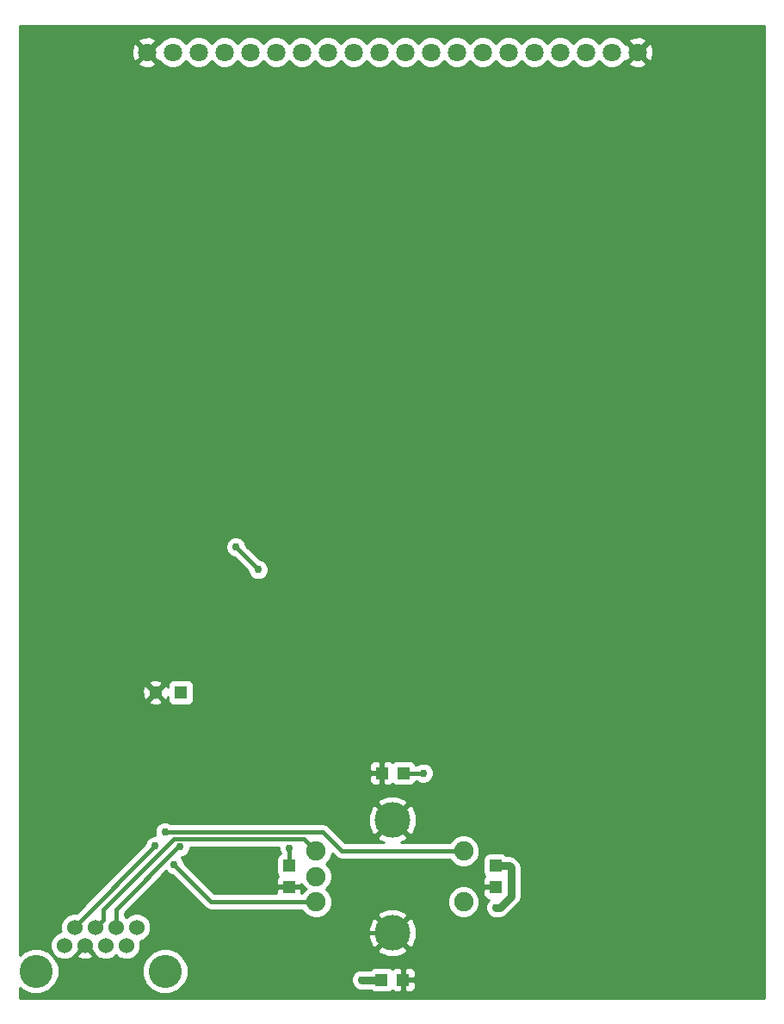
<source format=gbr>
G04 #@! TF.FileFunction,Copper,L2,Bot,Signal*
%FSLAX46Y46*%
G04 Gerber Fmt 4.6, Leading zero omitted, Abs format (unit mm)*
G04 Created by KiCad (PCBNEW 4.0.2+dfsg1-stable) date Thu 23 Aug 2018 11:31:02 AM EDT*
%MOMM*%
G01*
G04 APERTURE LIST*
%ADD10C,0.100000*%
%ADD11C,1.300000*%
%ADD12R,1.300000X1.300000*%
%ADD13C,1.800000*%
%ADD14R,1.198880X1.198880*%
%ADD15C,1.900000*%
%ADD16C,3.500000*%
%ADD17C,3.251200*%
%ADD18C,1.524000*%
%ADD19C,0.762000*%
%ADD20C,0.381000*%
%ADD21C,0.762000*%
%ADD22C,0.254000*%
G04 APERTURE END LIST*
D10*
D11*
X74734929Y-116538373D03*
D12*
X77234929Y-116538373D03*
D13*
X122174000Y-53594000D03*
X119634000Y-53594000D03*
X117094000Y-53594000D03*
X114554000Y-53594000D03*
X112014000Y-53594000D03*
X109474000Y-53594000D03*
X106934000Y-53594000D03*
X104394000Y-53594000D03*
X101854000Y-53594000D03*
X99314000Y-53594000D03*
X96774000Y-53594000D03*
X94234000Y-53594000D03*
X91694000Y-53594000D03*
X89154000Y-53594000D03*
X86614000Y-53594000D03*
X84074000Y-53594000D03*
X81534000Y-53594000D03*
X78994000Y-53594000D03*
X76454000Y-53594000D03*
X73914000Y-53594000D03*
D14*
X87884000Y-133570980D03*
X87884000Y-135669020D03*
X96994980Y-144780000D03*
X99093020Y-144780000D03*
X108204000Y-133570980D03*
X108204000Y-135669020D03*
X99126040Y-124460000D03*
X97028000Y-124460000D03*
D15*
X105044000Y-132120000D03*
X105044000Y-137120000D03*
X90544000Y-132120000D03*
X90544000Y-134620000D03*
X90544000Y-137120000D03*
D16*
X98044000Y-140170000D03*
X98044000Y-129070000D03*
D17*
X75692000Y-143941800D03*
X62992000Y-143941800D03*
D18*
X71882000Y-141401800D03*
X69850000Y-141401800D03*
X67818000Y-141401800D03*
X65786000Y-141401800D03*
X72898000Y-139623800D03*
X70866000Y-139623800D03*
X68834000Y-139623800D03*
X66802000Y-139623800D03*
D19*
X85496400Y-135712200D03*
X86106000Y-138480800D03*
X71602600Y-131800600D03*
X67284600Y-125933200D03*
X77139800Y-131724400D03*
X75666600Y-130276600D03*
X76536205Y-133433924D03*
X74726800Y-131622800D03*
X84836000Y-104470200D03*
X82626200Y-102235000D03*
X87884000Y-131826000D03*
X94996000Y-144780000D03*
X108204000Y-137668000D03*
X101092000Y-124460000D03*
D20*
X85496400Y-135712200D02*
X87840820Y-135712200D01*
X87840820Y-135712200D02*
X87884000Y-135669020D01*
X98044000Y-140170000D02*
X87795200Y-140170000D01*
X87795200Y-140170000D02*
X86106000Y-138480800D01*
X87884000Y-135669020D02*
X86733380Y-135669020D01*
X77139800Y-131724400D02*
X76980902Y-131724400D01*
X76980902Y-131724400D02*
X70866000Y-137839302D01*
X70866000Y-137839302D02*
X70866000Y-139623800D01*
X105044000Y-132120000D02*
X93049149Y-132120000D01*
X93049149Y-132120000D02*
X91188404Y-130259255D01*
X91188404Y-130259255D02*
X75683945Y-130259255D01*
X75683945Y-130259255D02*
X75666600Y-130276600D01*
X89361000Y-130937000D02*
X89594001Y-131170001D01*
X69595999Y-137895423D02*
X76554422Y-130937000D01*
X69595999Y-138861801D02*
X69595999Y-137895423D01*
X89594001Y-131170001D02*
X90544000Y-132120000D01*
X76554422Y-130937000D02*
X89361000Y-130937000D01*
X68834000Y-139623800D02*
X69595999Y-138861801D01*
X76917204Y-133814923D02*
X76536205Y-133433924D01*
X80222281Y-137120000D02*
X76917204Y-133814923D01*
X90544000Y-137120000D02*
X80222281Y-137120000D01*
X74726800Y-131622800D02*
X66802000Y-139547600D01*
X66802000Y-139547600D02*
X66802000Y-139623800D01*
X90250000Y-137414000D02*
X90544000Y-137120000D01*
X82626200Y-102235000D02*
X82626200Y-102260400D01*
X82626200Y-102260400D02*
X84836000Y-104470200D01*
X87884000Y-131826000D02*
X87884000Y-133570980D01*
D21*
X94996000Y-144780000D02*
X96994980Y-144780000D01*
X109728000Y-136568264D02*
X109728000Y-133733540D01*
X109728000Y-133733540D02*
X109565440Y-133570980D01*
X109565440Y-133570980D02*
X108204000Y-133570980D01*
X108204000Y-137668000D02*
X108628264Y-137668000D01*
X108628264Y-137668000D02*
X109728000Y-136568264D01*
D20*
X101092000Y-124460000D02*
X99126040Y-124460000D01*
D22*
G36*
X134672000Y-146610000D02*
X61416000Y-146610000D01*
X61416000Y-145562812D01*
X61709801Y-145857126D01*
X62540366Y-146202007D01*
X63439688Y-146202792D01*
X64270854Y-145859361D01*
X64907326Y-145223999D01*
X65252207Y-144393434D01*
X65252210Y-144389488D01*
X73431008Y-144389488D01*
X73774439Y-145220654D01*
X74409801Y-145857126D01*
X75240366Y-146202007D01*
X76139688Y-146202792D01*
X76970854Y-145859361D01*
X77607326Y-145223999D01*
X77708141Y-144981208D01*
X93979824Y-144981208D01*
X94134175Y-145354766D01*
X94419731Y-145640821D01*
X94793018Y-145795824D01*
X95197208Y-145796176D01*
X95197634Y-145796000D01*
X95909005Y-145796000D01*
X95931450Y-145830881D01*
X96143650Y-145975871D01*
X96395540Y-146026880D01*
X97594420Y-146026880D01*
X97829737Y-145982602D01*
X98045861Y-145843530D01*
X98051456Y-145835341D01*
X98133882Y-145917767D01*
X98367271Y-146014440D01*
X98807270Y-146014440D01*
X98966020Y-145855690D01*
X98966020Y-144907000D01*
X99220020Y-144907000D01*
X99220020Y-145855690D01*
X99378770Y-146014440D01*
X99818769Y-146014440D01*
X100052158Y-145917767D01*
X100230787Y-145739139D01*
X100327460Y-145505750D01*
X100327460Y-145065750D01*
X100168710Y-144907000D01*
X99220020Y-144907000D01*
X98966020Y-144907000D01*
X98946020Y-144907000D01*
X98946020Y-144653000D01*
X98966020Y-144653000D01*
X98966020Y-143704310D01*
X99220020Y-143704310D01*
X99220020Y-144653000D01*
X100168710Y-144653000D01*
X100327460Y-144494250D01*
X100327460Y-144054250D01*
X100230787Y-143820861D01*
X100052158Y-143642233D01*
X99818769Y-143545560D01*
X99378770Y-143545560D01*
X99220020Y-143704310D01*
X98966020Y-143704310D01*
X98807270Y-143545560D01*
X98367271Y-143545560D01*
X98133882Y-143642233D01*
X98051669Y-143724445D01*
X97846310Y-143584129D01*
X97594420Y-143533120D01*
X96395540Y-143533120D01*
X96160223Y-143577398D01*
X95944099Y-143716470D01*
X95911623Y-143764000D01*
X94996887Y-143764000D01*
X94794792Y-143763824D01*
X94421234Y-143918175D01*
X94135179Y-144203731D01*
X93980176Y-144577018D01*
X93979824Y-144981208D01*
X77708141Y-144981208D01*
X77952207Y-144393434D01*
X77952992Y-143494112D01*
X77609561Y-142662946D01*
X76974199Y-142026474D01*
X76584191Y-141864528D01*
X96529077Y-141864528D01*
X96719364Y-142209271D01*
X97600591Y-142560956D01*
X98549323Y-142548641D01*
X99368636Y-142209271D01*
X99558923Y-141864528D01*
X98044000Y-140349605D01*
X96529077Y-141864528D01*
X76584191Y-141864528D01*
X76143634Y-141681593D01*
X75244312Y-141680808D01*
X74413146Y-142024239D01*
X73776674Y-142659601D01*
X73431793Y-143490166D01*
X73431008Y-144389488D01*
X65252210Y-144389488D01*
X65252992Y-143494112D01*
X64909561Y-142662946D01*
X64274199Y-142026474D01*
X63443634Y-141681593D01*
X62544312Y-141680808D01*
X61713146Y-142024239D01*
X61416000Y-142320867D01*
X61416000Y-141678461D01*
X64388758Y-141678461D01*
X64600990Y-142192103D01*
X64993630Y-142585429D01*
X65506900Y-142798557D01*
X66062661Y-142799042D01*
X66576303Y-142586810D01*
X66781457Y-142382013D01*
X67017392Y-142382013D01*
X67086857Y-142624197D01*
X67610302Y-142810944D01*
X68165368Y-142783162D01*
X68549143Y-142624197D01*
X68618608Y-142382013D01*
X67818000Y-141581405D01*
X67017392Y-142382013D01*
X66781457Y-142382013D01*
X66969629Y-142194170D01*
X67057399Y-141982796D01*
X67638395Y-141401800D01*
X67624253Y-141387658D01*
X67803858Y-141208053D01*
X67818000Y-141222195D01*
X67832143Y-141208053D01*
X68011748Y-141387658D01*
X67997605Y-141401800D01*
X68578440Y-141982635D01*
X68664990Y-142192103D01*
X69057630Y-142585429D01*
X69570900Y-142798557D01*
X70126661Y-142799042D01*
X70640303Y-142586810D01*
X70866049Y-142361458D01*
X71089630Y-142585429D01*
X71602900Y-142798557D01*
X72158661Y-142799042D01*
X72672303Y-142586810D01*
X73065629Y-142194170D01*
X73278757Y-141680900D01*
X73279242Y-141125139D01*
X73227252Y-140999312D01*
X73688303Y-140808810D01*
X74081629Y-140416170D01*
X74294757Y-139902900D01*
X74294910Y-139726591D01*
X95653044Y-139726591D01*
X95665359Y-140675323D01*
X96004729Y-141494636D01*
X96349472Y-141684923D01*
X97864395Y-140170000D01*
X98223605Y-140170000D01*
X99738528Y-141684923D01*
X100083271Y-141494636D01*
X100434956Y-140613409D01*
X100422641Y-139664677D01*
X100083271Y-138845364D01*
X99738528Y-138655077D01*
X98223605Y-140170000D01*
X97864395Y-140170000D01*
X96349472Y-138655077D01*
X96004729Y-138845364D01*
X95653044Y-139726591D01*
X74294910Y-139726591D01*
X74295242Y-139347139D01*
X74083010Y-138833497D01*
X73690370Y-138440171D01*
X73177100Y-138227043D01*
X72621339Y-138226558D01*
X72107697Y-138438790D01*
X71881951Y-138664142D01*
X71691500Y-138473359D01*
X71691500Y-138181236D01*
X75769130Y-134103605D01*
X75959936Y-134294745D01*
X76333223Y-134449748D01*
X76384640Y-134449793D01*
X79638562Y-137703714D01*
X79638564Y-137703717D01*
X79769730Y-137791359D01*
X79906376Y-137882663D01*
X80222281Y-137945501D01*
X80222286Y-137945500D01*
X89170117Y-137945500D01*
X89199519Y-138016657D01*
X89644997Y-138462914D01*
X90227341Y-138704724D01*
X90857893Y-138705275D01*
X91414056Y-138475472D01*
X96529077Y-138475472D01*
X98044000Y-139990395D01*
X99558923Y-138475472D01*
X99368636Y-138130729D01*
X98487409Y-137779044D01*
X97538677Y-137791359D01*
X96719364Y-138130729D01*
X96529077Y-138475472D01*
X91414056Y-138475472D01*
X91440657Y-138464481D01*
X91886914Y-138019003D01*
X92128724Y-137436659D01*
X92128726Y-137433893D01*
X103458725Y-137433893D01*
X103699519Y-138016657D01*
X104144997Y-138462914D01*
X104727341Y-138704724D01*
X105357893Y-138705275D01*
X105940657Y-138464481D01*
X106386914Y-138019003D01*
X106628724Y-137436659D01*
X106629275Y-136806107D01*
X106388481Y-136223343D01*
X105943003Y-135777086D01*
X105360659Y-135535276D01*
X104730107Y-135534725D01*
X104147343Y-135775519D01*
X103701086Y-136220997D01*
X103459276Y-136803341D01*
X103458725Y-137433893D01*
X92128726Y-137433893D01*
X92129275Y-136806107D01*
X91888481Y-136223343D01*
X91535529Y-135869774D01*
X91886914Y-135519003D01*
X92128724Y-134936659D01*
X92129275Y-134306107D01*
X91888481Y-133723343D01*
X91535529Y-133369774D01*
X91886914Y-133019003D01*
X92128724Y-132436659D01*
X92128785Y-132367070D01*
X92465432Y-132703717D01*
X92733244Y-132882663D01*
X93049149Y-132945501D01*
X93049154Y-132945500D01*
X103670117Y-132945500D01*
X103699519Y-133016657D01*
X104144997Y-133462914D01*
X104727341Y-133704724D01*
X105357893Y-133705275D01*
X105940657Y-133464481D01*
X106386914Y-133019003D01*
X106406622Y-132971540D01*
X106957120Y-132971540D01*
X106957120Y-134170420D01*
X107001398Y-134405737D01*
X107140470Y-134621861D01*
X107148659Y-134627456D01*
X107066233Y-134709882D01*
X106969560Y-134943271D01*
X106969560Y-135383270D01*
X107128310Y-135542020D01*
X108077000Y-135542020D01*
X108077000Y-135522020D01*
X108331000Y-135522020D01*
X108331000Y-135542020D01*
X108351000Y-135542020D01*
X108351000Y-135796020D01*
X108331000Y-135796020D01*
X108331000Y-135816020D01*
X108077000Y-135816020D01*
X108077000Y-135796020D01*
X107128310Y-135796020D01*
X106969560Y-135954770D01*
X106969560Y-136394769D01*
X107066233Y-136628158D01*
X107244861Y-136806787D01*
X107478250Y-136903460D01*
X107531779Y-136903460D01*
X107343179Y-137091731D01*
X107188176Y-137465018D01*
X107187824Y-137869208D01*
X107342175Y-138242766D01*
X107627731Y-138528821D01*
X108001018Y-138683824D01*
X108405208Y-138684176D01*
X108405634Y-138684000D01*
X108628264Y-138684000D01*
X108952564Y-138619493D01*
X109017071Y-138606662D01*
X109346684Y-138386420D01*
X110446421Y-137286684D01*
X110666662Y-136957071D01*
X110744000Y-136568264D01*
X110744000Y-133733540D01*
X110690481Y-133464481D01*
X110666662Y-133344733D01*
X110446421Y-133015120D01*
X110283860Y-132852560D01*
X109954247Y-132632318D01*
X109889740Y-132619487D01*
X109565440Y-132554980D01*
X109289975Y-132554980D01*
X109267530Y-132520099D01*
X109055330Y-132375109D01*
X108803440Y-132324100D01*
X107604560Y-132324100D01*
X107369243Y-132368378D01*
X107153119Y-132507450D01*
X107008129Y-132719650D01*
X106957120Y-132971540D01*
X106406622Y-132971540D01*
X106628724Y-132436659D01*
X106629275Y-131806107D01*
X106388481Y-131223343D01*
X105943003Y-130777086D01*
X105360659Y-130535276D01*
X104730107Y-130534725D01*
X104147343Y-130775519D01*
X103701086Y-131220997D01*
X103670565Y-131294500D01*
X98921453Y-131294500D01*
X99368636Y-131109271D01*
X99558923Y-130764528D01*
X98044000Y-129249605D01*
X96529077Y-130764528D01*
X96719364Y-131109271D01*
X97183498Y-131294500D01*
X93391083Y-131294500D01*
X91772121Y-129675538D01*
X91504310Y-129496592D01*
X91188404Y-129433755D01*
X76260814Y-129433755D01*
X76242869Y-129415779D01*
X75869582Y-129260776D01*
X75465392Y-129260424D01*
X75091834Y-129414775D01*
X74805779Y-129700331D01*
X74650776Y-130073618D01*
X74650424Y-130477808D01*
X74703714Y-130606779D01*
X74525592Y-130606624D01*
X74152034Y-130760975D01*
X73865979Y-131046531D01*
X73710976Y-131419818D01*
X73710931Y-131471236D01*
X66955233Y-138226933D01*
X66525339Y-138226558D01*
X66011697Y-138438790D01*
X65618371Y-138831430D01*
X65405243Y-139344700D01*
X65404758Y-139900461D01*
X65456748Y-140026288D01*
X64995697Y-140216790D01*
X64602371Y-140609430D01*
X64389243Y-141122700D01*
X64388758Y-141678461D01*
X61416000Y-141678461D01*
X61416000Y-128626591D01*
X95653044Y-128626591D01*
X95665359Y-129575323D01*
X96004729Y-130394636D01*
X96349472Y-130584923D01*
X97864395Y-129070000D01*
X98223605Y-129070000D01*
X99738528Y-130584923D01*
X100083271Y-130394636D01*
X100434956Y-129513409D01*
X100422641Y-128564677D01*
X100083271Y-127745364D01*
X99738528Y-127555077D01*
X98223605Y-129070000D01*
X97864395Y-129070000D01*
X96349472Y-127555077D01*
X96004729Y-127745364D01*
X95653044Y-128626591D01*
X61416000Y-128626591D01*
X61416000Y-127375472D01*
X96529077Y-127375472D01*
X98044000Y-128890395D01*
X99558923Y-127375472D01*
X99368636Y-127030729D01*
X98487409Y-126679044D01*
X97538677Y-126691359D01*
X96719364Y-127030729D01*
X96529077Y-127375472D01*
X61416000Y-127375472D01*
X61416000Y-124745750D01*
X95793560Y-124745750D01*
X95793560Y-125185750D01*
X95890233Y-125419139D01*
X96068862Y-125597767D01*
X96302251Y-125694440D01*
X96742250Y-125694440D01*
X96901000Y-125535690D01*
X96901000Y-124587000D01*
X95952310Y-124587000D01*
X95793560Y-124745750D01*
X61416000Y-124745750D01*
X61416000Y-123734250D01*
X95793560Y-123734250D01*
X95793560Y-124174250D01*
X95952310Y-124333000D01*
X96901000Y-124333000D01*
X96901000Y-123384310D01*
X97155000Y-123384310D01*
X97155000Y-124333000D01*
X97175000Y-124333000D01*
X97175000Y-124587000D01*
X97155000Y-124587000D01*
X97155000Y-125535690D01*
X97313750Y-125694440D01*
X97753749Y-125694440D01*
X97987138Y-125597767D01*
X98069351Y-125515555D01*
X98274710Y-125655871D01*
X98526600Y-125706880D01*
X99725480Y-125706880D01*
X99960797Y-125662602D01*
X100176921Y-125523530D01*
X100321911Y-125311330D01*
X100327142Y-125285500D01*
X100480472Y-125285500D01*
X100515731Y-125320821D01*
X100889018Y-125475824D01*
X101293208Y-125476176D01*
X101666766Y-125321825D01*
X101952821Y-125036269D01*
X102107824Y-124662982D01*
X102108176Y-124258792D01*
X101953825Y-123885234D01*
X101668269Y-123599179D01*
X101294982Y-123444176D01*
X100890792Y-123443824D01*
X100517234Y-123598175D01*
X100480846Y-123634500D01*
X100330384Y-123634500D01*
X100328642Y-123625243D01*
X100189570Y-123409119D01*
X99977370Y-123264129D01*
X99725480Y-123213120D01*
X98526600Y-123213120D01*
X98291283Y-123257398D01*
X98075159Y-123396470D01*
X98069564Y-123404659D01*
X97987138Y-123322233D01*
X97753749Y-123225560D01*
X97313750Y-123225560D01*
X97155000Y-123384310D01*
X96901000Y-123384310D01*
X96742250Y-123225560D01*
X96302251Y-123225560D01*
X96068862Y-123322233D01*
X95890233Y-123500861D01*
X95793560Y-123734250D01*
X61416000Y-123734250D01*
X61416000Y-117437389D01*
X74015519Y-117437389D01*
X74071200Y-117667984D01*
X74554007Y-117835995D01*
X75064357Y-117806456D01*
X75398658Y-117667984D01*
X75454339Y-117437389D01*
X74734929Y-116717978D01*
X74015519Y-117437389D01*
X61416000Y-117437389D01*
X61416000Y-116357451D01*
X73437307Y-116357451D01*
X73466846Y-116867801D01*
X73605318Y-117202102D01*
X73835913Y-117257783D01*
X74555324Y-116538373D01*
X74914534Y-116538373D01*
X75633945Y-117257783D01*
X75864540Y-117202102D01*
X75937489Y-116992471D01*
X75937489Y-117188373D01*
X75981767Y-117423690D01*
X76120839Y-117639814D01*
X76333039Y-117784804D01*
X76584929Y-117835813D01*
X77884929Y-117835813D01*
X78120246Y-117791535D01*
X78336370Y-117652463D01*
X78481360Y-117440263D01*
X78532369Y-117188373D01*
X78532369Y-115888373D01*
X78488091Y-115653056D01*
X78349019Y-115436932D01*
X78136819Y-115291942D01*
X77884929Y-115240933D01*
X76584929Y-115240933D01*
X76349612Y-115285211D01*
X76133488Y-115424283D01*
X75988498Y-115636483D01*
X75937489Y-115888373D01*
X75937489Y-116050758D01*
X75864540Y-115874644D01*
X75633945Y-115818963D01*
X74914534Y-116538373D01*
X74555324Y-116538373D01*
X73835913Y-115818963D01*
X73605318Y-115874644D01*
X73437307Y-116357451D01*
X61416000Y-116357451D01*
X61416000Y-115639357D01*
X74015519Y-115639357D01*
X74734929Y-116358768D01*
X75454339Y-115639357D01*
X75398658Y-115408762D01*
X74915851Y-115240751D01*
X74405501Y-115270290D01*
X74071200Y-115408762D01*
X74015519Y-115639357D01*
X61416000Y-115639357D01*
X61416000Y-102436208D01*
X81610024Y-102436208D01*
X81764375Y-102809766D01*
X82049931Y-103095821D01*
X82423218Y-103250824D01*
X82449213Y-103250847D01*
X83819867Y-104621501D01*
X83819824Y-104671408D01*
X83974175Y-105044966D01*
X84259731Y-105331021D01*
X84633018Y-105486024D01*
X85037208Y-105486376D01*
X85410766Y-105332025D01*
X85696821Y-105046469D01*
X85851824Y-104673182D01*
X85852176Y-104268992D01*
X85697825Y-103895434D01*
X85412269Y-103609379D01*
X85038982Y-103454376D01*
X84987565Y-103454331D01*
X83642310Y-102109076D01*
X83642376Y-102033792D01*
X83488025Y-101660234D01*
X83202469Y-101374179D01*
X82829182Y-101219176D01*
X82424992Y-101218824D01*
X82051434Y-101373175D01*
X81765379Y-101658731D01*
X81610376Y-102032018D01*
X81610024Y-102436208D01*
X61416000Y-102436208D01*
X61416000Y-54674159D01*
X73013446Y-54674159D01*
X73099852Y-54930643D01*
X73673336Y-55140458D01*
X74283460Y-55114839D01*
X74728148Y-54930643D01*
X74814554Y-54674159D01*
X73914000Y-53773605D01*
X73013446Y-54674159D01*
X61416000Y-54674159D01*
X61416000Y-53353336D01*
X72367542Y-53353336D01*
X72393161Y-53963460D01*
X72577357Y-54408148D01*
X72833841Y-54494554D01*
X73734395Y-53594000D01*
X74093605Y-53594000D01*
X74994159Y-54494554D01*
X75144327Y-54443965D01*
X75151932Y-54462371D01*
X75583357Y-54894551D01*
X76147330Y-55128733D01*
X76757991Y-55129265D01*
X77322371Y-54896068D01*
X77724323Y-54494818D01*
X78123357Y-54894551D01*
X78687330Y-55128733D01*
X79297991Y-55129265D01*
X79862371Y-54896068D01*
X80264323Y-54494818D01*
X80663357Y-54894551D01*
X81227330Y-55128733D01*
X81837991Y-55129265D01*
X82402371Y-54896068D01*
X82804323Y-54494818D01*
X83203357Y-54894551D01*
X83767330Y-55128733D01*
X84377991Y-55129265D01*
X84942371Y-54896068D01*
X85344323Y-54494818D01*
X85743357Y-54894551D01*
X86307330Y-55128733D01*
X86917991Y-55129265D01*
X87482371Y-54896068D01*
X87884323Y-54494818D01*
X88283357Y-54894551D01*
X88847330Y-55128733D01*
X89457991Y-55129265D01*
X90022371Y-54896068D01*
X90424323Y-54494818D01*
X90823357Y-54894551D01*
X91387330Y-55128733D01*
X91997991Y-55129265D01*
X92562371Y-54896068D01*
X92964323Y-54494818D01*
X93363357Y-54894551D01*
X93927330Y-55128733D01*
X94537991Y-55129265D01*
X95102371Y-54896068D01*
X95504323Y-54494818D01*
X95903357Y-54894551D01*
X96467330Y-55128733D01*
X97077991Y-55129265D01*
X97642371Y-54896068D01*
X98044323Y-54494818D01*
X98443357Y-54894551D01*
X99007330Y-55128733D01*
X99617991Y-55129265D01*
X100182371Y-54896068D01*
X100584323Y-54494818D01*
X100983357Y-54894551D01*
X101547330Y-55128733D01*
X102157991Y-55129265D01*
X102722371Y-54896068D01*
X103124323Y-54494818D01*
X103523357Y-54894551D01*
X104087330Y-55128733D01*
X104697991Y-55129265D01*
X105262371Y-54896068D01*
X105664323Y-54494818D01*
X106063357Y-54894551D01*
X106627330Y-55128733D01*
X107237991Y-55129265D01*
X107802371Y-54896068D01*
X108204323Y-54494818D01*
X108603357Y-54894551D01*
X109167330Y-55128733D01*
X109777991Y-55129265D01*
X110342371Y-54896068D01*
X110744323Y-54494818D01*
X111143357Y-54894551D01*
X111707330Y-55128733D01*
X112317991Y-55129265D01*
X112882371Y-54896068D01*
X113284323Y-54494818D01*
X113683357Y-54894551D01*
X114247330Y-55128733D01*
X114857991Y-55129265D01*
X115422371Y-54896068D01*
X115824323Y-54494818D01*
X116223357Y-54894551D01*
X116787330Y-55128733D01*
X117397991Y-55129265D01*
X117962371Y-54896068D01*
X118364323Y-54494818D01*
X118763357Y-54894551D01*
X119327330Y-55128733D01*
X119937991Y-55129265D01*
X120502371Y-54896068D01*
X120724668Y-54674159D01*
X121273446Y-54674159D01*
X121359852Y-54930643D01*
X121933336Y-55140458D01*
X122543460Y-55114839D01*
X122988148Y-54930643D01*
X123074554Y-54674159D01*
X122174000Y-53773605D01*
X121273446Y-54674159D01*
X120724668Y-54674159D01*
X120934551Y-54464643D01*
X120943203Y-54443806D01*
X121093841Y-54494554D01*
X121994395Y-53594000D01*
X122353605Y-53594000D01*
X123254159Y-54494554D01*
X123510643Y-54408148D01*
X123720458Y-53834664D01*
X123694839Y-53224540D01*
X123510643Y-52779852D01*
X123254159Y-52693446D01*
X122353605Y-53594000D01*
X121994395Y-53594000D01*
X121093841Y-52693446D01*
X120943673Y-52744035D01*
X120936068Y-52725629D01*
X120724650Y-52513841D01*
X121273446Y-52513841D01*
X122174000Y-53414395D01*
X123074554Y-52513841D01*
X122988148Y-52257357D01*
X122414664Y-52047542D01*
X121804540Y-52073161D01*
X121359852Y-52257357D01*
X121273446Y-52513841D01*
X120724650Y-52513841D01*
X120504643Y-52293449D01*
X119940670Y-52059267D01*
X119330009Y-52058735D01*
X118765629Y-52291932D01*
X118363677Y-52693182D01*
X117964643Y-52293449D01*
X117400670Y-52059267D01*
X116790009Y-52058735D01*
X116225629Y-52291932D01*
X115823677Y-52693182D01*
X115424643Y-52293449D01*
X114860670Y-52059267D01*
X114250009Y-52058735D01*
X113685629Y-52291932D01*
X113283677Y-52693182D01*
X112884643Y-52293449D01*
X112320670Y-52059267D01*
X111710009Y-52058735D01*
X111145629Y-52291932D01*
X110743677Y-52693182D01*
X110344643Y-52293449D01*
X109780670Y-52059267D01*
X109170009Y-52058735D01*
X108605629Y-52291932D01*
X108203677Y-52693182D01*
X107804643Y-52293449D01*
X107240670Y-52059267D01*
X106630009Y-52058735D01*
X106065629Y-52291932D01*
X105663677Y-52693182D01*
X105264643Y-52293449D01*
X104700670Y-52059267D01*
X104090009Y-52058735D01*
X103525629Y-52291932D01*
X103123677Y-52693182D01*
X102724643Y-52293449D01*
X102160670Y-52059267D01*
X101550009Y-52058735D01*
X100985629Y-52291932D01*
X100583677Y-52693182D01*
X100184643Y-52293449D01*
X99620670Y-52059267D01*
X99010009Y-52058735D01*
X98445629Y-52291932D01*
X98043677Y-52693182D01*
X97644643Y-52293449D01*
X97080670Y-52059267D01*
X96470009Y-52058735D01*
X95905629Y-52291932D01*
X95503677Y-52693182D01*
X95104643Y-52293449D01*
X94540670Y-52059267D01*
X93930009Y-52058735D01*
X93365629Y-52291932D01*
X92963677Y-52693182D01*
X92564643Y-52293449D01*
X92000670Y-52059267D01*
X91390009Y-52058735D01*
X90825629Y-52291932D01*
X90423677Y-52693182D01*
X90024643Y-52293449D01*
X89460670Y-52059267D01*
X88850009Y-52058735D01*
X88285629Y-52291932D01*
X87883677Y-52693182D01*
X87484643Y-52293449D01*
X86920670Y-52059267D01*
X86310009Y-52058735D01*
X85745629Y-52291932D01*
X85343677Y-52693182D01*
X84944643Y-52293449D01*
X84380670Y-52059267D01*
X83770009Y-52058735D01*
X83205629Y-52291932D01*
X82803677Y-52693182D01*
X82404643Y-52293449D01*
X81840670Y-52059267D01*
X81230009Y-52058735D01*
X80665629Y-52291932D01*
X80263677Y-52693182D01*
X79864643Y-52293449D01*
X79300670Y-52059267D01*
X78690009Y-52058735D01*
X78125629Y-52291932D01*
X77723677Y-52693182D01*
X77324643Y-52293449D01*
X76760670Y-52059267D01*
X76150009Y-52058735D01*
X75585629Y-52291932D01*
X75153449Y-52723357D01*
X75144797Y-52744194D01*
X74994159Y-52693446D01*
X74093605Y-53594000D01*
X73734395Y-53594000D01*
X72833841Y-52693446D01*
X72577357Y-52779852D01*
X72367542Y-53353336D01*
X61416000Y-53353336D01*
X61416000Y-52513841D01*
X73013446Y-52513841D01*
X73914000Y-53414395D01*
X74814554Y-52513841D01*
X74728148Y-52257357D01*
X74154664Y-52047542D01*
X73544540Y-52073161D01*
X73099852Y-52257357D01*
X73013446Y-52513841D01*
X61416000Y-52513841D01*
X61416000Y-51002000D01*
X134672000Y-51002000D01*
X134672000Y-146610000D01*
X134672000Y-146610000D01*
G37*
X134672000Y-146610000D02*
X61416000Y-146610000D01*
X61416000Y-145562812D01*
X61709801Y-145857126D01*
X62540366Y-146202007D01*
X63439688Y-146202792D01*
X64270854Y-145859361D01*
X64907326Y-145223999D01*
X65252207Y-144393434D01*
X65252210Y-144389488D01*
X73431008Y-144389488D01*
X73774439Y-145220654D01*
X74409801Y-145857126D01*
X75240366Y-146202007D01*
X76139688Y-146202792D01*
X76970854Y-145859361D01*
X77607326Y-145223999D01*
X77708141Y-144981208D01*
X93979824Y-144981208D01*
X94134175Y-145354766D01*
X94419731Y-145640821D01*
X94793018Y-145795824D01*
X95197208Y-145796176D01*
X95197634Y-145796000D01*
X95909005Y-145796000D01*
X95931450Y-145830881D01*
X96143650Y-145975871D01*
X96395540Y-146026880D01*
X97594420Y-146026880D01*
X97829737Y-145982602D01*
X98045861Y-145843530D01*
X98051456Y-145835341D01*
X98133882Y-145917767D01*
X98367271Y-146014440D01*
X98807270Y-146014440D01*
X98966020Y-145855690D01*
X98966020Y-144907000D01*
X99220020Y-144907000D01*
X99220020Y-145855690D01*
X99378770Y-146014440D01*
X99818769Y-146014440D01*
X100052158Y-145917767D01*
X100230787Y-145739139D01*
X100327460Y-145505750D01*
X100327460Y-145065750D01*
X100168710Y-144907000D01*
X99220020Y-144907000D01*
X98966020Y-144907000D01*
X98946020Y-144907000D01*
X98946020Y-144653000D01*
X98966020Y-144653000D01*
X98966020Y-143704310D01*
X99220020Y-143704310D01*
X99220020Y-144653000D01*
X100168710Y-144653000D01*
X100327460Y-144494250D01*
X100327460Y-144054250D01*
X100230787Y-143820861D01*
X100052158Y-143642233D01*
X99818769Y-143545560D01*
X99378770Y-143545560D01*
X99220020Y-143704310D01*
X98966020Y-143704310D01*
X98807270Y-143545560D01*
X98367271Y-143545560D01*
X98133882Y-143642233D01*
X98051669Y-143724445D01*
X97846310Y-143584129D01*
X97594420Y-143533120D01*
X96395540Y-143533120D01*
X96160223Y-143577398D01*
X95944099Y-143716470D01*
X95911623Y-143764000D01*
X94996887Y-143764000D01*
X94794792Y-143763824D01*
X94421234Y-143918175D01*
X94135179Y-144203731D01*
X93980176Y-144577018D01*
X93979824Y-144981208D01*
X77708141Y-144981208D01*
X77952207Y-144393434D01*
X77952992Y-143494112D01*
X77609561Y-142662946D01*
X76974199Y-142026474D01*
X76584191Y-141864528D01*
X96529077Y-141864528D01*
X96719364Y-142209271D01*
X97600591Y-142560956D01*
X98549323Y-142548641D01*
X99368636Y-142209271D01*
X99558923Y-141864528D01*
X98044000Y-140349605D01*
X96529077Y-141864528D01*
X76584191Y-141864528D01*
X76143634Y-141681593D01*
X75244312Y-141680808D01*
X74413146Y-142024239D01*
X73776674Y-142659601D01*
X73431793Y-143490166D01*
X73431008Y-144389488D01*
X65252210Y-144389488D01*
X65252992Y-143494112D01*
X64909561Y-142662946D01*
X64274199Y-142026474D01*
X63443634Y-141681593D01*
X62544312Y-141680808D01*
X61713146Y-142024239D01*
X61416000Y-142320867D01*
X61416000Y-141678461D01*
X64388758Y-141678461D01*
X64600990Y-142192103D01*
X64993630Y-142585429D01*
X65506900Y-142798557D01*
X66062661Y-142799042D01*
X66576303Y-142586810D01*
X66781457Y-142382013D01*
X67017392Y-142382013D01*
X67086857Y-142624197D01*
X67610302Y-142810944D01*
X68165368Y-142783162D01*
X68549143Y-142624197D01*
X68618608Y-142382013D01*
X67818000Y-141581405D01*
X67017392Y-142382013D01*
X66781457Y-142382013D01*
X66969629Y-142194170D01*
X67057399Y-141982796D01*
X67638395Y-141401800D01*
X67624253Y-141387658D01*
X67803858Y-141208053D01*
X67818000Y-141222195D01*
X67832143Y-141208053D01*
X68011748Y-141387658D01*
X67997605Y-141401800D01*
X68578440Y-141982635D01*
X68664990Y-142192103D01*
X69057630Y-142585429D01*
X69570900Y-142798557D01*
X70126661Y-142799042D01*
X70640303Y-142586810D01*
X70866049Y-142361458D01*
X71089630Y-142585429D01*
X71602900Y-142798557D01*
X72158661Y-142799042D01*
X72672303Y-142586810D01*
X73065629Y-142194170D01*
X73278757Y-141680900D01*
X73279242Y-141125139D01*
X73227252Y-140999312D01*
X73688303Y-140808810D01*
X74081629Y-140416170D01*
X74294757Y-139902900D01*
X74294910Y-139726591D01*
X95653044Y-139726591D01*
X95665359Y-140675323D01*
X96004729Y-141494636D01*
X96349472Y-141684923D01*
X97864395Y-140170000D01*
X98223605Y-140170000D01*
X99738528Y-141684923D01*
X100083271Y-141494636D01*
X100434956Y-140613409D01*
X100422641Y-139664677D01*
X100083271Y-138845364D01*
X99738528Y-138655077D01*
X98223605Y-140170000D01*
X97864395Y-140170000D01*
X96349472Y-138655077D01*
X96004729Y-138845364D01*
X95653044Y-139726591D01*
X74294910Y-139726591D01*
X74295242Y-139347139D01*
X74083010Y-138833497D01*
X73690370Y-138440171D01*
X73177100Y-138227043D01*
X72621339Y-138226558D01*
X72107697Y-138438790D01*
X71881951Y-138664142D01*
X71691500Y-138473359D01*
X71691500Y-138181236D01*
X75769130Y-134103605D01*
X75959936Y-134294745D01*
X76333223Y-134449748D01*
X76384640Y-134449793D01*
X79638562Y-137703714D01*
X79638564Y-137703717D01*
X79769730Y-137791359D01*
X79906376Y-137882663D01*
X80222281Y-137945501D01*
X80222286Y-137945500D01*
X89170117Y-137945500D01*
X89199519Y-138016657D01*
X89644997Y-138462914D01*
X90227341Y-138704724D01*
X90857893Y-138705275D01*
X91414056Y-138475472D01*
X96529077Y-138475472D01*
X98044000Y-139990395D01*
X99558923Y-138475472D01*
X99368636Y-138130729D01*
X98487409Y-137779044D01*
X97538677Y-137791359D01*
X96719364Y-138130729D01*
X96529077Y-138475472D01*
X91414056Y-138475472D01*
X91440657Y-138464481D01*
X91886914Y-138019003D01*
X92128724Y-137436659D01*
X92128726Y-137433893D01*
X103458725Y-137433893D01*
X103699519Y-138016657D01*
X104144997Y-138462914D01*
X104727341Y-138704724D01*
X105357893Y-138705275D01*
X105940657Y-138464481D01*
X106386914Y-138019003D01*
X106628724Y-137436659D01*
X106629275Y-136806107D01*
X106388481Y-136223343D01*
X105943003Y-135777086D01*
X105360659Y-135535276D01*
X104730107Y-135534725D01*
X104147343Y-135775519D01*
X103701086Y-136220997D01*
X103459276Y-136803341D01*
X103458725Y-137433893D01*
X92128726Y-137433893D01*
X92129275Y-136806107D01*
X91888481Y-136223343D01*
X91535529Y-135869774D01*
X91886914Y-135519003D01*
X92128724Y-134936659D01*
X92129275Y-134306107D01*
X91888481Y-133723343D01*
X91535529Y-133369774D01*
X91886914Y-133019003D01*
X92128724Y-132436659D01*
X92128785Y-132367070D01*
X92465432Y-132703717D01*
X92733244Y-132882663D01*
X93049149Y-132945501D01*
X93049154Y-132945500D01*
X103670117Y-132945500D01*
X103699519Y-133016657D01*
X104144997Y-133462914D01*
X104727341Y-133704724D01*
X105357893Y-133705275D01*
X105940657Y-133464481D01*
X106386914Y-133019003D01*
X106406622Y-132971540D01*
X106957120Y-132971540D01*
X106957120Y-134170420D01*
X107001398Y-134405737D01*
X107140470Y-134621861D01*
X107148659Y-134627456D01*
X107066233Y-134709882D01*
X106969560Y-134943271D01*
X106969560Y-135383270D01*
X107128310Y-135542020D01*
X108077000Y-135542020D01*
X108077000Y-135522020D01*
X108331000Y-135522020D01*
X108331000Y-135542020D01*
X108351000Y-135542020D01*
X108351000Y-135796020D01*
X108331000Y-135796020D01*
X108331000Y-135816020D01*
X108077000Y-135816020D01*
X108077000Y-135796020D01*
X107128310Y-135796020D01*
X106969560Y-135954770D01*
X106969560Y-136394769D01*
X107066233Y-136628158D01*
X107244861Y-136806787D01*
X107478250Y-136903460D01*
X107531779Y-136903460D01*
X107343179Y-137091731D01*
X107188176Y-137465018D01*
X107187824Y-137869208D01*
X107342175Y-138242766D01*
X107627731Y-138528821D01*
X108001018Y-138683824D01*
X108405208Y-138684176D01*
X108405634Y-138684000D01*
X108628264Y-138684000D01*
X108952564Y-138619493D01*
X109017071Y-138606662D01*
X109346684Y-138386420D01*
X110446421Y-137286684D01*
X110666662Y-136957071D01*
X110744000Y-136568264D01*
X110744000Y-133733540D01*
X110690481Y-133464481D01*
X110666662Y-133344733D01*
X110446421Y-133015120D01*
X110283860Y-132852560D01*
X109954247Y-132632318D01*
X109889740Y-132619487D01*
X109565440Y-132554980D01*
X109289975Y-132554980D01*
X109267530Y-132520099D01*
X109055330Y-132375109D01*
X108803440Y-132324100D01*
X107604560Y-132324100D01*
X107369243Y-132368378D01*
X107153119Y-132507450D01*
X107008129Y-132719650D01*
X106957120Y-132971540D01*
X106406622Y-132971540D01*
X106628724Y-132436659D01*
X106629275Y-131806107D01*
X106388481Y-131223343D01*
X105943003Y-130777086D01*
X105360659Y-130535276D01*
X104730107Y-130534725D01*
X104147343Y-130775519D01*
X103701086Y-131220997D01*
X103670565Y-131294500D01*
X98921453Y-131294500D01*
X99368636Y-131109271D01*
X99558923Y-130764528D01*
X98044000Y-129249605D01*
X96529077Y-130764528D01*
X96719364Y-131109271D01*
X97183498Y-131294500D01*
X93391083Y-131294500D01*
X91772121Y-129675538D01*
X91504310Y-129496592D01*
X91188404Y-129433755D01*
X76260814Y-129433755D01*
X76242869Y-129415779D01*
X75869582Y-129260776D01*
X75465392Y-129260424D01*
X75091834Y-129414775D01*
X74805779Y-129700331D01*
X74650776Y-130073618D01*
X74650424Y-130477808D01*
X74703714Y-130606779D01*
X74525592Y-130606624D01*
X74152034Y-130760975D01*
X73865979Y-131046531D01*
X73710976Y-131419818D01*
X73710931Y-131471236D01*
X66955233Y-138226933D01*
X66525339Y-138226558D01*
X66011697Y-138438790D01*
X65618371Y-138831430D01*
X65405243Y-139344700D01*
X65404758Y-139900461D01*
X65456748Y-140026288D01*
X64995697Y-140216790D01*
X64602371Y-140609430D01*
X64389243Y-141122700D01*
X64388758Y-141678461D01*
X61416000Y-141678461D01*
X61416000Y-128626591D01*
X95653044Y-128626591D01*
X95665359Y-129575323D01*
X96004729Y-130394636D01*
X96349472Y-130584923D01*
X97864395Y-129070000D01*
X98223605Y-129070000D01*
X99738528Y-130584923D01*
X100083271Y-130394636D01*
X100434956Y-129513409D01*
X100422641Y-128564677D01*
X100083271Y-127745364D01*
X99738528Y-127555077D01*
X98223605Y-129070000D01*
X97864395Y-129070000D01*
X96349472Y-127555077D01*
X96004729Y-127745364D01*
X95653044Y-128626591D01*
X61416000Y-128626591D01*
X61416000Y-127375472D01*
X96529077Y-127375472D01*
X98044000Y-128890395D01*
X99558923Y-127375472D01*
X99368636Y-127030729D01*
X98487409Y-126679044D01*
X97538677Y-126691359D01*
X96719364Y-127030729D01*
X96529077Y-127375472D01*
X61416000Y-127375472D01*
X61416000Y-124745750D01*
X95793560Y-124745750D01*
X95793560Y-125185750D01*
X95890233Y-125419139D01*
X96068862Y-125597767D01*
X96302251Y-125694440D01*
X96742250Y-125694440D01*
X96901000Y-125535690D01*
X96901000Y-124587000D01*
X95952310Y-124587000D01*
X95793560Y-124745750D01*
X61416000Y-124745750D01*
X61416000Y-123734250D01*
X95793560Y-123734250D01*
X95793560Y-124174250D01*
X95952310Y-124333000D01*
X96901000Y-124333000D01*
X96901000Y-123384310D01*
X97155000Y-123384310D01*
X97155000Y-124333000D01*
X97175000Y-124333000D01*
X97175000Y-124587000D01*
X97155000Y-124587000D01*
X97155000Y-125535690D01*
X97313750Y-125694440D01*
X97753749Y-125694440D01*
X97987138Y-125597767D01*
X98069351Y-125515555D01*
X98274710Y-125655871D01*
X98526600Y-125706880D01*
X99725480Y-125706880D01*
X99960797Y-125662602D01*
X100176921Y-125523530D01*
X100321911Y-125311330D01*
X100327142Y-125285500D01*
X100480472Y-125285500D01*
X100515731Y-125320821D01*
X100889018Y-125475824D01*
X101293208Y-125476176D01*
X101666766Y-125321825D01*
X101952821Y-125036269D01*
X102107824Y-124662982D01*
X102108176Y-124258792D01*
X101953825Y-123885234D01*
X101668269Y-123599179D01*
X101294982Y-123444176D01*
X100890792Y-123443824D01*
X100517234Y-123598175D01*
X100480846Y-123634500D01*
X100330384Y-123634500D01*
X100328642Y-123625243D01*
X100189570Y-123409119D01*
X99977370Y-123264129D01*
X99725480Y-123213120D01*
X98526600Y-123213120D01*
X98291283Y-123257398D01*
X98075159Y-123396470D01*
X98069564Y-123404659D01*
X97987138Y-123322233D01*
X97753749Y-123225560D01*
X97313750Y-123225560D01*
X97155000Y-123384310D01*
X96901000Y-123384310D01*
X96742250Y-123225560D01*
X96302251Y-123225560D01*
X96068862Y-123322233D01*
X95890233Y-123500861D01*
X95793560Y-123734250D01*
X61416000Y-123734250D01*
X61416000Y-117437389D01*
X74015519Y-117437389D01*
X74071200Y-117667984D01*
X74554007Y-117835995D01*
X75064357Y-117806456D01*
X75398658Y-117667984D01*
X75454339Y-117437389D01*
X74734929Y-116717978D01*
X74015519Y-117437389D01*
X61416000Y-117437389D01*
X61416000Y-116357451D01*
X73437307Y-116357451D01*
X73466846Y-116867801D01*
X73605318Y-117202102D01*
X73835913Y-117257783D01*
X74555324Y-116538373D01*
X74914534Y-116538373D01*
X75633945Y-117257783D01*
X75864540Y-117202102D01*
X75937489Y-116992471D01*
X75937489Y-117188373D01*
X75981767Y-117423690D01*
X76120839Y-117639814D01*
X76333039Y-117784804D01*
X76584929Y-117835813D01*
X77884929Y-117835813D01*
X78120246Y-117791535D01*
X78336370Y-117652463D01*
X78481360Y-117440263D01*
X78532369Y-117188373D01*
X78532369Y-115888373D01*
X78488091Y-115653056D01*
X78349019Y-115436932D01*
X78136819Y-115291942D01*
X77884929Y-115240933D01*
X76584929Y-115240933D01*
X76349612Y-115285211D01*
X76133488Y-115424283D01*
X75988498Y-115636483D01*
X75937489Y-115888373D01*
X75937489Y-116050758D01*
X75864540Y-115874644D01*
X75633945Y-115818963D01*
X74914534Y-116538373D01*
X74555324Y-116538373D01*
X73835913Y-115818963D01*
X73605318Y-115874644D01*
X73437307Y-116357451D01*
X61416000Y-116357451D01*
X61416000Y-115639357D01*
X74015519Y-115639357D01*
X74734929Y-116358768D01*
X75454339Y-115639357D01*
X75398658Y-115408762D01*
X74915851Y-115240751D01*
X74405501Y-115270290D01*
X74071200Y-115408762D01*
X74015519Y-115639357D01*
X61416000Y-115639357D01*
X61416000Y-102436208D01*
X81610024Y-102436208D01*
X81764375Y-102809766D01*
X82049931Y-103095821D01*
X82423218Y-103250824D01*
X82449213Y-103250847D01*
X83819867Y-104621501D01*
X83819824Y-104671408D01*
X83974175Y-105044966D01*
X84259731Y-105331021D01*
X84633018Y-105486024D01*
X85037208Y-105486376D01*
X85410766Y-105332025D01*
X85696821Y-105046469D01*
X85851824Y-104673182D01*
X85852176Y-104268992D01*
X85697825Y-103895434D01*
X85412269Y-103609379D01*
X85038982Y-103454376D01*
X84987565Y-103454331D01*
X83642310Y-102109076D01*
X83642376Y-102033792D01*
X83488025Y-101660234D01*
X83202469Y-101374179D01*
X82829182Y-101219176D01*
X82424992Y-101218824D01*
X82051434Y-101373175D01*
X81765379Y-101658731D01*
X81610376Y-102032018D01*
X81610024Y-102436208D01*
X61416000Y-102436208D01*
X61416000Y-54674159D01*
X73013446Y-54674159D01*
X73099852Y-54930643D01*
X73673336Y-55140458D01*
X74283460Y-55114839D01*
X74728148Y-54930643D01*
X74814554Y-54674159D01*
X73914000Y-53773605D01*
X73013446Y-54674159D01*
X61416000Y-54674159D01*
X61416000Y-53353336D01*
X72367542Y-53353336D01*
X72393161Y-53963460D01*
X72577357Y-54408148D01*
X72833841Y-54494554D01*
X73734395Y-53594000D01*
X74093605Y-53594000D01*
X74994159Y-54494554D01*
X75144327Y-54443965D01*
X75151932Y-54462371D01*
X75583357Y-54894551D01*
X76147330Y-55128733D01*
X76757991Y-55129265D01*
X77322371Y-54896068D01*
X77724323Y-54494818D01*
X78123357Y-54894551D01*
X78687330Y-55128733D01*
X79297991Y-55129265D01*
X79862371Y-54896068D01*
X80264323Y-54494818D01*
X80663357Y-54894551D01*
X81227330Y-55128733D01*
X81837991Y-55129265D01*
X82402371Y-54896068D01*
X82804323Y-54494818D01*
X83203357Y-54894551D01*
X83767330Y-55128733D01*
X84377991Y-55129265D01*
X84942371Y-54896068D01*
X85344323Y-54494818D01*
X85743357Y-54894551D01*
X86307330Y-55128733D01*
X86917991Y-55129265D01*
X87482371Y-54896068D01*
X87884323Y-54494818D01*
X88283357Y-54894551D01*
X88847330Y-55128733D01*
X89457991Y-55129265D01*
X90022371Y-54896068D01*
X90424323Y-54494818D01*
X90823357Y-54894551D01*
X91387330Y-55128733D01*
X91997991Y-55129265D01*
X92562371Y-54896068D01*
X92964323Y-54494818D01*
X93363357Y-54894551D01*
X93927330Y-55128733D01*
X94537991Y-55129265D01*
X95102371Y-54896068D01*
X95504323Y-54494818D01*
X95903357Y-54894551D01*
X96467330Y-55128733D01*
X97077991Y-55129265D01*
X97642371Y-54896068D01*
X98044323Y-54494818D01*
X98443357Y-54894551D01*
X99007330Y-55128733D01*
X99617991Y-55129265D01*
X100182371Y-54896068D01*
X100584323Y-54494818D01*
X100983357Y-54894551D01*
X101547330Y-55128733D01*
X102157991Y-55129265D01*
X102722371Y-54896068D01*
X103124323Y-54494818D01*
X103523357Y-54894551D01*
X104087330Y-55128733D01*
X104697991Y-55129265D01*
X105262371Y-54896068D01*
X105664323Y-54494818D01*
X106063357Y-54894551D01*
X106627330Y-55128733D01*
X107237991Y-55129265D01*
X107802371Y-54896068D01*
X108204323Y-54494818D01*
X108603357Y-54894551D01*
X109167330Y-55128733D01*
X109777991Y-55129265D01*
X110342371Y-54896068D01*
X110744323Y-54494818D01*
X111143357Y-54894551D01*
X111707330Y-55128733D01*
X112317991Y-55129265D01*
X112882371Y-54896068D01*
X113284323Y-54494818D01*
X113683357Y-54894551D01*
X114247330Y-55128733D01*
X114857991Y-55129265D01*
X115422371Y-54896068D01*
X115824323Y-54494818D01*
X116223357Y-54894551D01*
X116787330Y-55128733D01*
X117397991Y-55129265D01*
X117962371Y-54896068D01*
X118364323Y-54494818D01*
X118763357Y-54894551D01*
X119327330Y-55128733D01*
X119937991Y-55129265D01*
X120502371Y-54896068D01*
X120724668Y-54674159D01*
X121273446Y-54674159D01*
X121359852Y-54930643D01*
X121933336Y-55140458D01*
X122543460Y-55114839D01*
X122988148Y-54930643D01*
X123074554Y-54674159D01*
X122174000Y-53773605D01*
X121273446Y-54674159D01*
X120724668Y-54674159D01*
X120934551Y-54464643D01*
X120943203Y-54443806D01*
X121093841Y-54494554D01*
X121994395Y-53594000D01*
X122353605Y-53594000D01*
X123254159Y-54494554D01*
X123510643Y-54408148D01*
X123720458Y-53834664D01*
X123694839Y-53224540D01*
X123510643Y-52779852D01*
X123254159Y-52693446D01*
X122353605Y-53594000D01*
X121994395Y-53594000D01*
X121093841Y-52693446D01*
X120943673Y-52744035D01*
X120936068Y-52725629D01*
X120724650Y-52513841D01*
X121273446Y-52513841D01*
X122174000Y-53414395D01*
X123074554Y-52513841D01*
X122988148Y-52257357D01*
X122414664Y-52047542D01*
X121804540Y-52073161D01*
X121359852Y-52257357D01*
X121273446Y-52513841D01*
X120724650Y-52513841D01*
X120504643Y-52293449D01*
X119940670Y-52059267D01*
X119330009Y-52058735D01*
X118765629Y-52291932D01*
X118363677Y-52693182D01*
X117964643Y-52293449D01*
X117400670Y-52059267D01*
X116790009Y-52058735D01*
X116225629Y-52291932D01*
X115823677Y-52693182D01*
X115424643Y-52293449D01*
X114860670Y-52059267D01*
X114250009Y-52058735D01*
X113685629Y-52291932D01*
X113283677Y-52693182D01*
X112884643Y-52293449D01*
X112320670Y-52059267D01*
X111710009Y-52058735D01*
X111145629Y-52291932D01*
X110743677Y-52693182D01*
X110344643Y-52293449D01*
X109780670Y-52059267D01*
X109170009Y-52058735D01*
X108605629Y-52291932D01*
X108203677Y-52693182D01*
X107804643Y-52293449D01*
X107240670Y-52059267D01*
X106630009Y-52058735D01*
X106065629Y-52291932D01*
X105663677Y-52693182D01*
X105264643Y-52293449D01*
X104700670Y-52059267D01*
X104090009Y-52058735D01*
X103525629Y-52291932D01*
X103123677Y-52693182D01*
X102724643Y-52293449D01*
X102160670Y-52059267D01*
X101550009Y-52058735D01*
X100985629Y-52291932D01*
X100583677Y-52693182D01*
X100184643Y-52293449D01*
X99620670Y-52059267D01*
X99010009Y-52058735D01*
X98445629Y-52291932D01*
X98043677Y-52693182D01*
X97644643Y-52293449D01*
X97080670Y-52059267D01*
X96470009Y-52058735D01*
X95905629Y-52291932D01*
X95503677Y-52693182D01*
X95104643Y-52293449D01*
X94540670Y-52059267D01*
X93930009Y-52058735D01*
X93365629Y-52291932D01*
X92963677Y-52693182D01*
X92564643Y-52293449D01*
X92000670Y-52059267D01*
X91390009Y-52058735D01*
X90825629Y-52291932D01*
X90423677Y-52693182D01*
X90024643Y-52293449D01*
X89460670Y-52059267D01*
X88850009Y-52058735D01*
X88285629Y-52291932D01*
X87883677Y-52693182D01*
X87484643Y-52293449D01*
X86920670Y-52059267D01*
X86310009Y-52058735D01*
X85745629Y-52291932D01*
X85343677Y-52693182D01*
X84944643Y-52293449D01*
X84380670Y-52059267D01*
X83770009Y-52058735D01*
X83205629Y-52291932D01*
X82803677Y-52693182D01*
X82404643Y-52293449D01*
X81840670Y-52059267D01*
X81230009Y-52058735D01*
X80665629Y-52291932D01*
X80263677Y-52693182D01*
X79864643Y-52293449D01*
X79300670Y-52059267D01*
X78690009Y-52058735D01*
X78125629Y-52291932D01*
X77723677Y-52693182D01*
X77324643Y-52293449D01*
X76760670Y-52059267D01*
X76150009Y-52058735D01*
X75585629Y-52291932D01*
X75153449Y-52723357D01*
X75144797Y-52744194D01*
X74994159Y-52693446D01*
X74093605Y-53594000D01*
X73734395Y-53594000D01*
X72833841Y-52693446D01*
X72577357Y-52779852D01*
X72367542Y-53353336D01*
X61416000Y-53353336D01*
X61416000Y-52513841D01*
X73013446Y-52513841D01*
X73914000Y-53414395D01*
X74814554Y-52513841D01*
X74728148Y-52257357D01*
X74154664Y-52047542D01*
X73544540Y-52073161D01*
X73099852Y-52257357D01*
X73013446Y-52513841D01*
X61416000Y-52513841D01*
X61416000Y-51002000D01*
X134672000Y-51002000D01*
X134672000Y-146610000D01*
G36*
X86867824Y-132027208D02*
X87017289Y-132388940D01*
X86833119Y-132507450D01*
X86688129Y-132719650D01*
X86637120Y-132971540D01*
X86637120Y-134170420D01*
X86681398Y-134405737D01*
X86820470Y-134621861D01*
X86828659Y-134627456D01*
X86746233Y-134709882D01*
X86649560Y-134943271D01*
X86649560Y-135383270D01*
X86808310Y-135542020D01*
X87757000Y-135542020D01*
X87757000Y-135522020D01*
X88011000Y-135522020D01*
X88011000Y-135542020D01*
X88959690Y-135542020D01*
X89118440Y-135383270D01*
X89118440Y-135320432D01*
X89199519Y-135516657D01*
X89552471Y-135870226D01*
X89201086Y-136220997D01*
X89170565Y-136294500D01*
X89118440Y-136294500D01*
X89118440Y-135954770D01*
X88959690Y-135796020D01*
X88011000Y-135796020D01*
X88011000Y-135816020D01*
X87757000Y-135816020D01*
X87757000Y-135796020D01*
X86808310Y-135796020D01*
X86649560Y-135954770D01*
X86649560Y-136294500D01*
X80564214Y-136294500D01*
X77552338Y-133282623D01*
X77552381Y-133232716D01*
X77398030Y-132859158D01*
X77279601Y-132740523D01*
X77341008Y-132740576D01*
X77714566Y-132586225D01*
X78000621Y-132300669D01*
X78155624Y-131927382D01*
X78155768Y-131762500D01*
X86868055Y-131762500D01*
X86867824Y-132027208D01*
X86867824Y-132027208D01*
G37*
X86867824Y-132027208D02*
X87017289Y-132388940D01*
X86833119Y-132507450D01*
X86688129Y-132719650D01*
X86637120Y-132971540D01*
X86637120Y-134170420D01*
X86681398Y-134405737D01*
X86820470Y-134621861D01*
X86828659Y-134627456D01*
X86746233Y-134709882D01*
X86649560Y-134943271D01*
X86649560Y-135383270D01*
X86808310Y-135542020D01*
X87757000Y-135542020D01*
X87757000Y-135522020D01*
X88011000Y-135522020D01*
X88011000Y-135542020D01*
X88959690Y-135542020D01*
X89118440Y-135383270D01*
X89118440Y-135320432D01*
X89199519Y-135516657D01*
X89552471Y-135870226D01*
X89201086Y-136220997D01*
X89170565Y-136294500D01*
X89118440Y-136294500D01*
X89118440Y-135954770D01*
X88959690Y-135796020D01*
X88011000Y-135796020D01*
X88011000Y-135816020D01*
X87757000Y-135816020D01*
X87757000Y-135796020D01*
X86808310Y-135796020D01*
X86649560Y-135954770D01*
X86649560Y-136294500D01*
X80564214Y-136294500D01*
X77552338Y-133282623D01*
X77552381Y-133232716D01*
X77398030Y-132859158D01*
X77279601Y-132740523D01*
X77341008Y-132740576D01*
X77714566Y-132586225D01*
X78000621Y-132300669D01*
X78155624Y-131927382D01*
X78155768Y-131762500D01*
X86868055Y-131762500D01*
X86867824Y-132027208D01*
M02*

</source>
